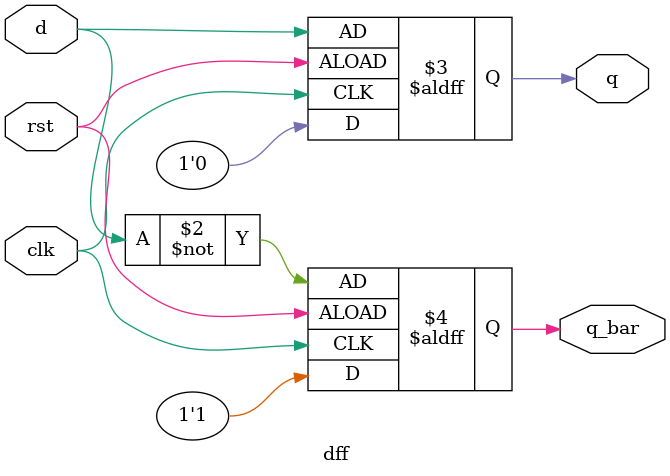
<source format=v>
`timescale 1ns/1ps

module dff(input d, input clk, input rst, output reg q, output reg q_bar);
always @ (posedge clk or negedge rst) begin // asynchronous reset (if we are not using rst in the sensitivity list then it makes a synchronous rst controlled device)
if(rst)begin  q<=0; q_bar<=1; end
else begin q <= d;  q_bar<=~d; end
end
endmodule
</source>
